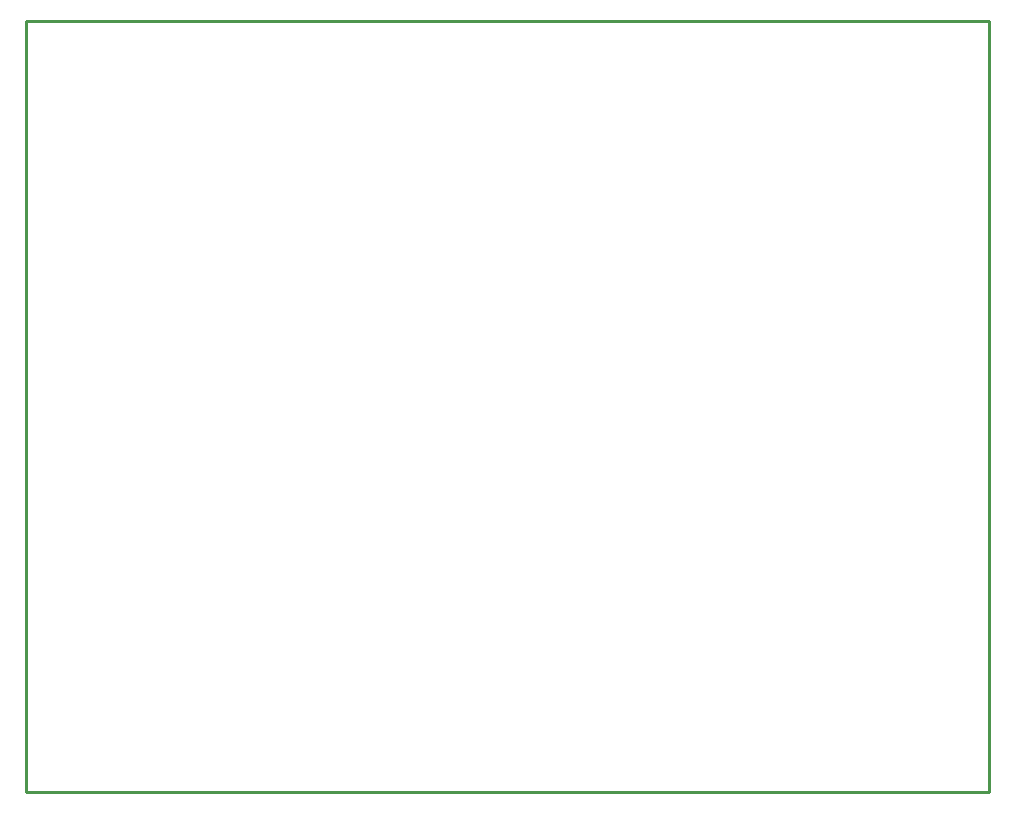
<source format=gko>
G04 Layer_Color=16711935*
%FSAX24Y24*%
%MOIN*%
G70*
G01*
G75*
%ADD18C,0.0100*%
D18*
X044800Y029900D02*
Y055600D01*
X076900D01*
Y029900D02*
Y055600D01*
X044800Y029900D02*
X076900D01*
M02*

</source>
